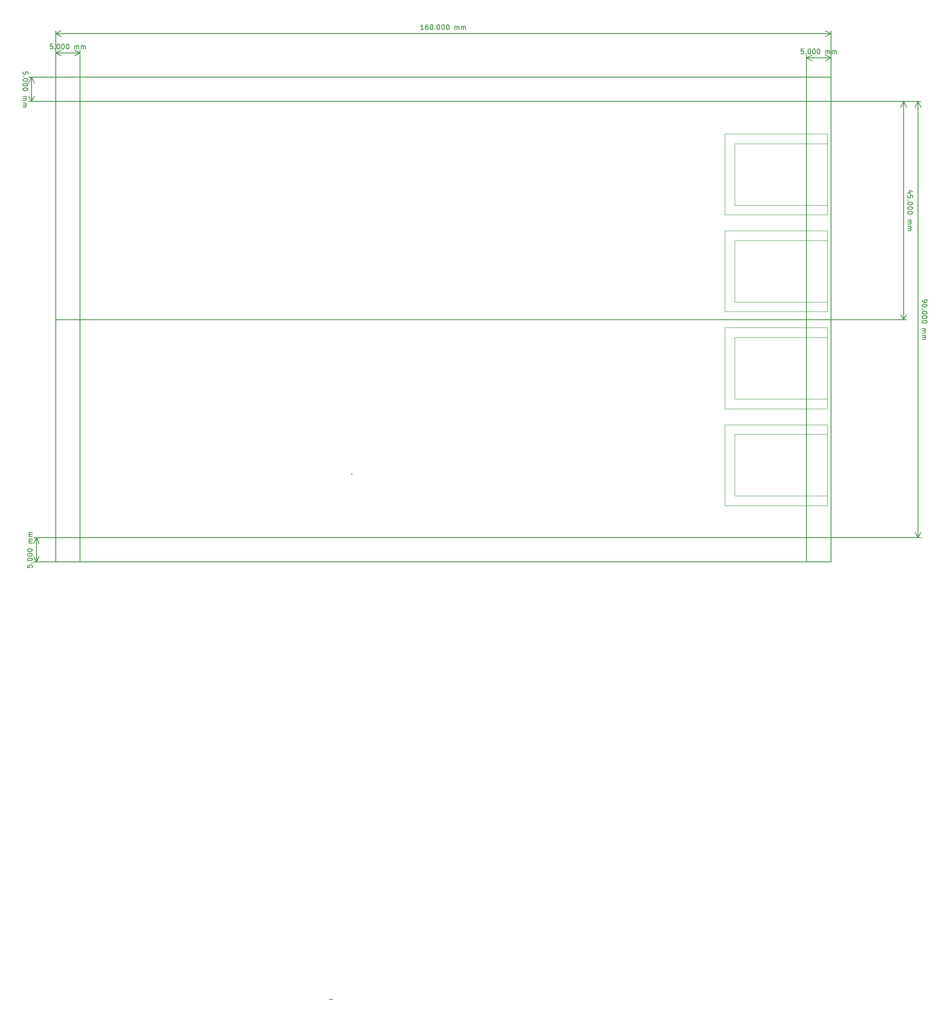
<source format=gbr>
%TF.GenerationSoftware,KiCad,Pcbnew,(5.1.10-1-10_14)*%
%TF.CreationDate,2021-09-24T10:22:15+02:00*%
%TF.ProjectId,sesame-fonctionnel,73657361-6d65-42d6-966f-6e6374696f6e,rev?*%
%TF.SameCoordinates,Original*%
%TF.FileFunction,OtherDrawing,Comment*%
%FSLAX46Y46*%
G04 Gerber Fmt 4.6, Leading zero omitted, Abs format (unit mm)*
G04 Created by KiCad (PCBNEW (5.1.10-1-10_14)) date 2021-09-24 10:22:15*
%MOMM*%
%LPD*%
G01*
G04 APERTURE LIST*
%ADD10C,0.150000*%
%ADD11C,0.120000*%
G04 APERTURE END LIST*
D10*
X234357142Y-54152380D02*
X233880952Y-54152380D01*
X233833333Y-54628571D01*
X233880952Y-54580952D01*
X233976190Y-54533333D01*
X234214285Y-54533333D01*
X234309523Y-54580952D01*
X234357142Y-54628571D01*
X234404761Y-54723809D01*
X234404761Y-54961904D01*
X234357142Y-55057142D01*
X234309523Y-55104761D01*
X234214285Y-55152380D01*
X233976190Y-55152380D01*
X233880952Y-55104761D01*
X233833333Y-55057142D01*
X234833333Y-55057142D02*
X234880952Y-55104761D01*
X234833333Y-55152380D01*
X234785714Y-55104761D01*
X234833333Y-55057142D01*
X234833333Y-55152380D01*
X235500000Y-54152380D02*
X235595238Y-54152380D01*
X235690476Y-54200000D01*
X235738095Y-54247619D01*
X235785714Y-54342857D01*
X235833333Y-54533333D01*
X235833333Y-54771428D01*
X235785714Y-54961904D01*
X235738095Y-55057142D01*
X235690476Y-55104761D01*
X235595238Y-55152380D01*
X235500000Y-55152380D01*
X235404761Y-55104761D01*
X235357142Y-55057142D01*
X235309523Y-54961904D01*
X235261904Y-54771428D01*
X235261904Y-54533333D01*
X235309523Y-54342857D01*
X235357142Y-54247619D01*
X235404761Y-54200000D01*
X235500000Y-54152380D01*
X236452380Y-54152380D02*
X236547619Y-54152380D01*
X236642857Y-54200000D01*
X236690476Y-54247619D01*
X236738095Y-54342857D01*
X236785714Y-54533333D01*
X236785714Y-54771428D01*
X236738095Y-54961904D01*
X236690476Y-55057142D01*
X236642857Y-55104761D01*
X236547619Y-55152380D01*
X236452380Y-55152380D01*
X236357142Y-55104761D01*
X236309523Y-55057142D01*
X236261904Y-54961904D01*
X236214285Y-54771428D01*
X236214285Y-54533333D01*
X236261904Y-54342857D01*
X236309523Y-54247619D01*
X236357142Y-54200000D01*
X236452380Y-54152380D01*
X237404761Y-54152380D02*
X237500000Y-54152380D01*
X237595238Y-54200000D01*
X237642857Y-54247619D01*
X237690476Y-54342857D01*
X237738095Y-54533333D01*
X237738095Y-54771428D01*
X237690476Y-54961904D01*
X237642857Y-55057142D01*
X237595238Y-55104761D01*
X237500000Y-55152380D01*
X237404761Y-55152380D01*
X237309523Y-55104761D01*
X237261904Y-55057142D01*
X237214285Y-54961904D01*
X237166666Y-54771428D01*
X237166666Y-54533333D01*
X237214285Y-54342857D01*
X237261904Y-54247619D01*
X237309523Y-54200000D01*
X237404761Y-54152380D01*
X238928571Y-55152380D02*
X238928571Y-54485714D01*
X238928571Y-54580952D02*
X238976190Y-54533333D01*
X239071428Y-54485714D01*
X239214285Y-54485714D01*
X239309523Y-54533333D01*
X239357142Y-54628571D01*
X239357142Y-55152380D01*
X239357142Y-54628571D02*
X239404761Y-54533333D01*
X239500000Y-54485714D01*
X239642857Y-54485714D01*
X239738095Y-54533333D01*
X239785714Y-54628571D01*
X239785714Y-55152380D01*
X240261904Y-55152380D02*
X240261904Y-54485714D01*
X240261904Y-54580952D02*
X240309523Y-54533333D01*
X240404761Y-54485714D01*
X240547619Y-54485714D01*
X240642857Y-54533333D01*
X240690476Y-54628571D01*
X240690476Y-55152380D01*
X240690476Y-54628571D02*
X240738095Y-54533333D01*
X240833333Y-54485714D01*
X240976190Y-54485714D01*
X241071428Y-54533333D01*
X241119047Y-54628571D01*
X241119047Y-55152380D01*
X235000000Y-56000000D02*
X240000000Y-56000000D01*
X235000000Y-160000000D02*
X235000000Y-55413579D01*
X240000000Y-160000000D02*
X240000000Y-55413579D01*
X240000000Y-56000000D02*
X238873496Y-56586421D01*
X240000000Y-56000000D02*
X238873496Y-55413579D01*
X235000000Y-56000000D02*
X236126504Y-56586421D01*
X235000000Y-56000000D02*
X236126504Y-55413579D01*
X155952380Y-50152380D02*
X155380952Y-50152380D01*
X155666666Y-50152380D02*
X155666666Y-49152380D01*
X155571428Y-49295238D01*
X155476190Y-49390476D01*
X155380952Y-49438095D01*
X156809523Y-49152380D02*
X156619047Y-49152380D01*
X156523809Y-49200000D01*
X156476190Y-49247619D01*
X156380952Y-49390476D01*
X156333333Y-49580952D01*
X156333333Y-49961904D01*
X156380952Y-50057142D01*
X156428571Y-50104761D01*
X156523809Y-50152380D01*
X156714285Y-50152380D01*
X156809523Y-50104761D01*
X156857142Y-50057142D01*
X156904761Y-49961904D01*
X156904761Y-49723809D01*
X156857142Y-49628571D01*
X156809523Y-49580952D01*
X156714285Y-49533333D01*
X156523809Y-49533333D01*
X156428571Y-49580952D01*
X156380952Y-49628571D01*
X156333333Y-49723809D01*
X157523809Y-49152380D02*
X157619047Y-49152380D01*
X157714285Y-49200000D01*
X157761904Y-49247619D01*
X157809523Y-49342857D01*
X157857142Y-49533333D01*
X157857142Y-49771428D01*
X157809523Y-49961904D01*
X157761904Y-50057142D01*
X157714285Y-50104761D01*
X157619047Y-50152380D01*
X157523809Y-50152380D01*
X157428571Y-50104761D01*
X157380952Y-50057142D01*
X157333333Y-49961904D01*
X157285714Y-49771428D01*
X157285714Y-49533333D01*
X157333333Y-49342857D01*
X157380952Y-49247619D01*
X157428571Y-49200000D01*
X157523809Y-49152380D01*
X158285714Y-50057142D02*
X158333333Y-50104761D01*
X158285714Y-50152380D01*
X158238095Y-50104761D01*
X158285714Y-50057142D01*
X158285714Y-50152380D01*
X158952380Y-49152380D02*
X159047619Y-49152380D01*
X159142857Y-49200000D01*
X159190476Y-49247619D01*
X159238095Y-49342857D01*
X159285714Y-49533333D01*
X159285714Y-49771428D01*
X159238095Y-49961904D01*
X159190476Y-50057142D01*
X159142857Y-50104761D01*
X159047619Y-50152380D01*
X158952380Y-50152380D01*
X158857142Y-50104761D01*
X158809523Y-50057142D01*
X158761904Y-49961904D01*
X158714285Y-49771428D01*
X158714285Y-49533333D01*
X158761904Y-49342857D01*
X158809523Y-49247619D01*
X158857142Y-49200000D01*
X158952380Y-49152380D01*
X159904761Y-49152380D02*
X160000000Y-49152380D01*
X160095238Y-49200000D01*
X160142857Y-49247619D01*
X160190476Y-49342857D01*
X160238095Y-49533333D01*
X160238095Y-49771428D01*
X160190476Y-49961904D01*
X160142857Y-50057142D01*
X160095238Y-50104761D01*
X160000000Y-50152380D01*
X159904761Y-50152380D01*
X159809523Y-50104761D01*
X159761904Y-50057142D01*
X159714285Y-49961904D01*
X159666666Y-49771428D01*
X159666666Y-49533333D01*
X159714285Y-49342857D01*
X159761904Y-49247619D01*
X159809523Y-49200000D01*
X159904761Y-49152380D01*
X160857142Y-49152380D02*
X160952380Y-49152380D01*
X161047619Y-49200000D01*
X161095238Y-49247619D01*
X161142857Y-49342857D01*
X161190476Y-49533333D01*
X161190476Y-49771428D01*
X161142857Y-49961904D01*
X161095238Y-50057142D01*
X161047619Y-50104761D01*
X160952380Y-50152380D01*
X160857142Y-50152380D01*
X160761904Y-50104761D01*
X160714285Y-50057142D01*
X160666666Y-49961904D01*
X160619047Y-49771428D01*
X160619047Y-49533333D01*
X160666666Y-49342857D01*
X160714285Y-49247619D01*
X160761904Y-49200000D01*
X160857142Y-49152380D01*
X162380952Y-50152380D02*
X162380952Y-49485714D01*
X162380952Y-49580952D02*
X162428571Y-49533333D01*
X162523809Y-49485714D01*
X162666666Y-49485714D01*
X162761904Y-49533333D01*
X162809523Y-49628571D01*
X162809523Y-50152380D01*
X162809523Y-49628571D02*
X162857142Y-49533333D01*
X162952380Y-49485714D01*
X163095238Y-49485714D01*
X163190476Y-49533333D01*
X163238095Y-49628571D01*
X163238095Y-50152380D01*
X163714285Y-50152380D02*
X163714285Y-49485714D01*
X163714285Y-49580952D02*
X163761904Y-49533333D01*
X163857142Y-49485714D01*
X164000000Y-49485714D01*
X164095238Y-49533333D01*
X164142857Y-49628571D01*
X164142857Y-50152380D01*
X164142857Y-49628571D02*
X164190476Y-49533333D01*
X164285714Y-49485714D01*
X164428571Y-49485714D01*
X164523809Y-49533333D01*
X164571428Y-49628571D01*
X164571428Y-50152380D01*
X240000000Y-51000000D02*
X80000000Y-51000000D01*
X240000000Y-160000000D02*
X240000000Y-50413579D01*
X80000000Y-160000000D02*
X80000000Y-50413579D01*
X80000000Y-51000000D02*
X81126504Y-50413579D01*
X80000000Y-51000000D02*
X81126504Y-51586421D01*
X240000000Y-51000000D02*
X238873496Y-50413579D01*
X240000000Y-51000000D02*
X238873496Y-51586421D01*
X141194000Y-141877000D02*
X140940000Y-141877000D01*
X240000000Y-110000000D02*
X79980000Y-110000000D01*
X256514285Y-83833333D02*
X255847619Y-83833333D01*
X256895238Y-83595238D02*
X256180952Y-83357142D01*
X256180952Y-83976190D01*
X256847619Y-84833333D02*
X256847619Y-84357142D01*
X256371428Y-84309523D01*
X256419047Y-84357142D01*
X256466666Y-84452380D01*
X256466666Y-84690476D01*
X256419047Y-84785714D01*
X256371428Y-84833333D01*
X256276190Y-84880952D01*
X256038095Y-84880952D01*
X255942857Y-84833333D01*
X255895238Y-84785714D01*
X255847619Y-84690476D01*
X255847619Y-84452380D01*
X255895238Y-84357142D01*
X255942857Y-84309523D01*
X255942857Y-85309523D02*
X255895238Y-85357142D01*
X255847619Y-85309523D01*
X255895238Y-85261904D01*
X255942857Y-85309523D01*
X255847619Y-85309523D01*
X256847619Y-85976190D02*
X256847619Y-86071428D01*
X256800000Y-86166666D01*
X256752380Y-86214285D01*
X256657142Y-86261904D01*
X256466666Y-86309523D01*
X256228571Y-86309523D01*
X256038095Y-86261904D01*
X255942857Y-86214285D01*
X255895238Y-86166666D01*
X255847619Y-86071428D01*
X255847619Y-85976190D01*
X255895238Y-85880952D01*
X255942857Y-85833333D01*
X256038095Y-85785714D01*
X256228571Y-85738095D01*
X256466666Y-85738095D01*
X256657142Y-85785714D01*
X256752380Y-85833333D01*
X256800000Y-85880952D01*
X256847619Y-85976190D01*
X256847619Y-86928571D02*
X256847619Y-87023809D01*
X256800000Y-87119047D01*
X256752380Y-87166666D01*
X256657142Y-87214285D01*
X256466666Y-87261904D01*
X256228571Y-87261904D01*
X256038095Y-87214285D01*
X255942857Y-87166666D01*
X255895238Y-87119047D01*
X255847619Y-87023809D01*
X255847619Y-86928571D01*
X255895238Y-86833333D01*
X255942857Y-86785714D01*
X256038095Y-86738095D01*
X256228571Y-86690476D01*
X256466666Y-86690476D01*
X256657142Y-86738095D01*
X256752380Y-86785714D01*
X256800000Y-86833333D01*
X256847619Y-86928571D01*
X256847619Y-87880952D02*
X256847619Y-87976190D01*
X256800000Y-88071428D01*
X256752380Y-88119047D01*
X256657142Y-88166666D01*
X256466666Y-88214285D01*
X256228571Y-88214285D01*
X256038095Y-88166666D01*
X255942857Y-88119047D01*
X255895238Y-88071428D01*
X255847619Y-87976190D01*
X255847619Y-87880952D01*
X255895238Y-87785714D01*
X255942857Y-87738095D01*
X256038095Y-87690476D01*
X256228571Y-87642857D01*
X256466666Y-87642857D01*
X256657142Y-87690476D01*
X256752380Y-87738095D01*
X256800000Y-87785714D01*
X256847619Y-87880952D01*
X255847619Y-89404761D02*
X256514285Y-89404761D01*
X256419047Y-89404761D02*
X256466666Y-89452380D01*
X256514285Y-89547619D01*
X256514285Y-89690476D01*
X256466666Y-89785714D01*
X256371428Y-89833333D01*
X255847619Y-89833333D01*
X256371428Y-89833333D02*
X256466666Y-89880952D01*
X256514285Y-89976190D01*
X256514285Y-90119047D01*
X256466666Y-90214285D01*
X256371428Y-90261904D01*
X255847619Y-90261904D01*
X255847619Y-90738095D02*
X256514285Y-90738095D01*
X256419047Y-90738095D02*
X256466666Y-90785714D01*
X256514285Y-90880952D01*
X256514285Y-91023809D01*
X256466666Y-91119047D01*
X256371428Y-91166666D01*
X255847619Y-91166666D01*
X256371428Y-91166666D02*
X256466666Y-91214285D01*
X256514285Y-91309523D01*
X256514285Y-91452380D01*
X256466666Y-91547619D01*
X256371428Y-91595238D01*
X255847619Y-91595238D01*
X255000000Y-65000000D02*
X255000000Y-110000000D01*
X235000000Y-65000000D02*
X255586421Y-65000000D01*
X235000000Y-110000000D02*
X255586421Y-110000000D01*
X255000000Y-110000000D02*
X254413579Y-108873496D01*
X255000000Y-110000000D02*
X255586421Y-108873496D01*
X255000000Y-65000000D02*
X254413579Y-66126504D01*
X255000000Y-65000000D02*
X255586421Y-66126504D01*
X258847619Y-105952380D02*
X258847619Y-106142857D01*
X258895238Y-106238095D01*
X258942857Y-106285714D01*
X259085714Y-106380952D01*
X259276190Y-106428571D01*
X259657142Y-106428571D01*
X259752380Y-106380952D01*
X259800000Y-106333333D01*
X259847619Y-106238095D01*
X259847619Y-106047619D01*
X259800000Y-105952380D01*
X259752380Y-105904761D01*
X259657142Y-105857142D01*
X259419047Y-105857142D01*
X259323809Y-105904761D01*
X259276190Y-105952380D01*
X259228571Y-106047619D01*
X259228571Y-106238095D01*
X259276190Y-106333333D01*
X259323809Y-106380952D01*
X259419047Y-106428571D01*
X259847619Y-107047619D02*
X259847619Y-107142857D01*
X259800000Y-107238095D01*
X259752380Y-107285714D01*
X259657142Y-107333333D01*
X259466666Y-107380952D01*
X259228571Y-107380952D01*
X259038095Y-107333333D01*
X258942857Y-107285714D01*
X258895238Y-107238095D01*
X258847619Y-107142857D01*
X258847619Y-107047619D01*
X258895238Y-106952380D01*
X258942857Y-106904761D01*
X259038095Y-106857142D01*
X259228571Y-106809523D01*
X259466666Y-106809523D01*
X259657142Y-106857142D01*
X259752380Y-106904761D01*
X259800000Y-106952380D01*
X259847619Y-107047619D01*
X258942857Y-107809523D02*
X258895238Y-107857142D01*
X258847619Y-107809523D01*
X258895238Y-107761904D01*
X258942857Y-107809523D01*
X258847619Y-107809523D01*
X259847619Y-108476190D02*
X259847619Y-108571428D01*
X259800000Y-108666666D01*
X259752380Y-108714285D01*
X259657142Y-108761904D01*
X259466666Y-108809523D01*
X259228571Y-108809523D01*
X259038095Y-108761904D01*
X258942857Y-108714285D01*
X258895238Y-108666666D01*
X258847619Y-108571428D01*
X258847619Y-108476190D01*
X258895238Y-108380952D01*
X258942857Y-108333333D01*
X259038095Y-108285714D01*
X259228571Y-108238095D01*
X259466666Y-108238095D01*
X259657142Y-108285714D01*
X259752380Y-108333333D01*
X259800000Y-108380952D01*
X259847619Y-108476190D01*
X259847619Y-109428571D02*
X259847619Y-109523809D01*
X259800000Y-109619047D01*
X259752380Y-109666666D01*
X259657142Y-109714285D01*
X259466666Y-109761904D01*
X259228571Y-109761904D01*
X259038095Y-109714285D01*
X258942857Y-109666666D01*
X258895238Y-109619047D01*
X258847619Y-109523809D01*
X258847619Y-109428571D01*
X258895238Y-109333333D01*
X258942857Y-109285714D01*
X259038095Y-109238095D01*
X259228571Y-109190476D01*
X259466666Y-109190476D01*
X259657142Y-109238095D01*
X259752380Y-109285714D01*
X259800000Y-109333333D01*
X259847619Y-109428571D01*
X259847619Y-110380952D02*
X259847619Y-110476190D01*
X259800000Y-110571428D01*
X259752380Y-110619047D01*
X259657142Y-110666666D01*
X259466666Y-110714285D01*
X259228571Y-110714285D01*
X259038095Y-110666666D01*
X258942857Y-110619047D01*
X258895238Y-110571428D01*
X258847619Y-110476190D01*
X258847619Y-110380952D01*
X258895238Y-110285714D01*
X258942857Y-110238095D01*
X259038095Y-110190476D01*
X259228571Y-110142857D01*
X259466666Y-110142857D01*
X259657142Y-110190476D01*
X259752380Y-110238095D01*
X259800000Y-110285714D01*
X259847619Y-110380952D01*
X258847619Y-111904761D02*
X259514285Y-111904761D01*
X259419047Y-111904761D02*
X259466666Y-111952380D01*
X259514285Y-112047619D01*
X259514285Y-112190476D01*
X259466666Y-112285714D01*
X259371428Y-112333333D01*
X258847619Y-112333333D01*
X259371428Y-112333333D02*
X259466666Y-112380952D01*
X259514285Y-112476190D01*
X259514285Y-112619047D01*
X259466666Y-112714285D01*
X259371428Y-112761904D01*
X258847619Y-112761904D01*
X258847619Y-113238095D02*
X259514285Y-113238095D01*
X259419047Y-113238095D02*
X259466666Y-113285714D01*
X259514285Y-113380952D01*
X259514285Y-113523809D01*
X259466666Y-113619047D01*
X259371428Y-113666666D01*
X258847619Y-113666666D01*
X259371428Y-113666666D02*
X259466666Y-113714285D01*
X259514285Y-113809523D01*
X259514285Y-113952380D01*
X259466666Y-114047619D01*
X259371428Y-114095238D01*
X258847619Y-114095238D01*
X258000000Y-65000000D02*
X258000000Y-155000000D01*
X235000000Y-65000000D02*
X258586421Y-65000000D01*
X235000000Y-155000000D02*
X258586421Y-155000000D01*
X258000000Y-155000000D02*
X257413579Y-153873496D01*
X258000000Y-155000000D02*
X258586421Y-153873496D01*
X258000000Y-65000000D02*
X257413579Y-66126504D01*
X258000000Y-65000000D02*
X258586421Y-66126504D01*
X137160000Y-250190000D02*
X136525000Y-250190000D01*
X74247619Y-59357142D02*
X74247619Y-58880952D01*
X73771428Y-58833333D01*
X73819047Y-58880952D01*
X73866666Y-58976190D01*
X73866666Y-59214285D01*
X73819047Y-59309523D01*
X73771428Y-59357142D01*
X73676190Y-59404761D01*
X73438095Y-59404761D01*
X73342857Y-59357142D01*
X73295238Y-59309523D01*
X73247619Y-59214285D01*
X73247619Y-58976190D01*
X73295238Y-58880952D01*
X73342857Y-58833333D01*
X73342857Y-59833333D02*
X73295238Y-59880952D01*
X73247619Y-59833333D01*
X73295238Y-59785714D01*
X73342857Y-59833333D01*
X73247619Y-59833333D01*
X74247619Y-60500000D02*
X74247619Y-60595238D01*
X74200000Y-60690476D01*
X74152380Y-60738095D01*
X74057142Y-60785714D01*
X73866666Y-60833333D01*
X73628571Y-60833333D01*
X73438095Y-60785714D01*
X73342857Y-60738095D01*
X73295238Y-60690476D01*
X73247619Y-60595238D01*
X73247619Y-60500000D01*
X73295238Y-60404761D01*
X73342857Y-60357142D01*
X73438095Y-60309523D01*
X73628571Y-60261904D01*
X73866666Y-60261904D01*
X74057142Y-60309523D01*
X74152380Y-60357142D01*
X74200000Y-60404761D01*
X74247619Y-60500000D01*
X74247619Y-61452380D02*
X74247619Y-61547619D01*
X74200000Y-61642857D01*
X74152380Y-61690476D01*
X74057142Y-61738095D01*
X73866666Y-61785714D01*
X73628571Y-61785714D01*
X73438095Y-61738095D01*
X73342857Y-61690476D01*
X73295238Y-61642857D01*
X73247619Y-61547619D01*
X73247619Y-61452380D01*
X73295238Y-61357142D01*
X73342857Y-61309523D01*
X73438095Y-61261904D01*
X73628571Y-61214285D01*
X73866666Y-61214285D01*
X74057142Y-61261904D01*
X74152380Y-61309523D01*
X74200000Y-61357142D01*
X74247619Y-61452380D01*
X74247619Y-62404761D02*
X74247619Y-62500000D01*
X74200000Y-62595238D01*
X74152380Y-62642857D01*
X74057142Y-62690476D01*
X73866666Y-62738095D01*
X73628571Y-62738095D01*
X73438095Y-62690476D01*
X73342857Y-62642857D01*
X73295238Y-62595238D01*
X73247619Y-62500000D01*
X73247619Y-62404761D01*
X73295238Y-62309523D01*
X73342857Y-62261904D01*
X73438095Y-62214285D01*
X73628571Y-62166666D01*
X73866666Y-62166666D01*
X74057142Y-62214285D01*
X74152380Y-62261904D01*
X74200000Y-62309523D01*
X74247619Y-62404761D01*
X73247619Y-63928571D02*
X73914285Y-63928571D01*
X73819047Y-63928571D02*
X73866666Y-63976190D01*
X73914285Y-64071428D01*
X73914285Y-64214285D01*
X73866666Y-64309523D01*
X73771428Y-64357142D01*
X73247619Y-64357142D01*
X73771428Y-64357142D02*
X73866666Y-64404761D01*
X73914285Y-64500000D01*
X73914285Y-64642857D01*
X73866666Y-64738095D01*
X73771428Y-64785714D01*
X73247619Y-64785714D01*
X73247619Y-65261904D02*
X73914285Y-65261904D01*
X73819047Y-65261904D02*
X73866666Y-65309523D01*
X73914285Y-65404761D01*
X73914285Y-65547619D01*
X73866666Y-65642857D01*
X73771428Y-65690476D01*
X73247619Y-65690476D01*
X73771428Y-65690476D02*
X73866666Y-65738095D01*
X73914285Y-65833333D01*
X73914285Y-65976190D01*
X73866666Y-66071428D01*
X73771428Y-66119047D01*
X73247619Y-66119047D01*
X75000000Y-60000000D02*
X75000000Y-65000000D01*
X240000000Y-60000000D02*
X74413579Y-60000000D01*
X240000000Y-65000000D02*
X74413579Y-65000000D01*
X75000000Y-65000000D02*
X74413579Y-63873496D01*
X75000000Y-65000000D02*
X75586421Y-63873496D01*
X75000000Y-60000000D02*
X74413579Y-61126504D01*
X75000000Y-60000000D02*
X75586421Y-61126504D01*
X74152380Y-160642857D02*
X74152380Y-161119047D01*
X74628571Y-161166666D01*
X74580952Y-161119047D01*
X74533333Y-161023809D01*
X74533333Y-160785714D01*
X74580952Y-160690476D01*
X74628571Y-160642857D01*
X74723809Y-160595238D01*
X74961904Y-160595238D01*
X75057142Y-160642857D01*
X75104761Y-160690476D01*
X75152380Y-160785714D01*
X75152380Y-161023809D01*
X75104761Y-161119047D01*
X75057142Y-161166666D01*
X75057142Y-160166666D02*
X75104761Y-160119047D01*
X75152380Y-160166666D01*
X75104761Y-160214285D01*
X75057142Y-160166666D01*
X75152380Y-160166666D01*
X74152380Y-159500000D02*
X74152380Y-159404761D01*
X74200000Y-159309523D01*
X74247619Y-159261904D01*
X74342857Y-159214285D01*
X74533333Y-159166666D01*
X74771428Y-159166666D01*
X74961904Y-159214285D01*
X75057142Y-159261904D01*
X75104761Y-159309523D01*
X75152380Y-159404761D01*
X75152380Y-159500000D01*
X75104761Y-159595238D01*
X75057142Y-159642857D01*
X74961904Y-159690476D01*
X74771428Y-159738095D01*
X74533333Y-159738095D01*
X74342857Y-159690476D01*
X74247619Y-159642857D01*
X74200000Y-159595238D01*
X74152380Y-159500000D01*
X74152380Y-158547619D02*
X74152380Y-158452380D01*
X74200000Y-158357142D01*
X74247619Y-158309523D01*
X74342857Y-158261904D01*
X74533333Y-158214285D01*
X74771428Y-158214285D01*
X74961904Y-158261904D01*
X75057142Y-158309523D01*
X75104761Y-158357142D01*
X75152380Y-158452380D01*
X75152380Y-158547619D01*
X75104761Y-158642857D01*
X75057142Y-158690476D01*
X74961904Y-158738095D01*
X74771428Y-158785714D01*
X74533333Y-158785714D01*
X74342857Y-158738095D01*
X74247619Y-158690476D01*
X74200000Y-158642857D01*
X74152380Y-158547619D01*
X74152380Y-157595238D02*
X74152380Y-157500000D01*
X74200000Y-157404761D01*
X74247619Y-157357142D01*
X74342857Y-157309523D01*
X74533333Y-157261904D01*
X74771428Y-157261904D01*
X74961904Y-157309523D01*
X75057142Y-157357142D01*
X75104761Y-157404761D01*
X75152380Y-157500000D01*
X75152380Y-157595238D01*
X75104761Y-157690476D01*
X75057142Y-157738095D01*
X74961904Y-157785714D01*
X74771428Y-157833333D01*
X74533333Y-157833333D01*
X74342857Y-157785714D01*
X74247619Y-157738095D01*
X74200000Y-157690476D01*
X74152380Y-157595238D01*
X75152380Y-156071428D02*
X74485714Y-156071428D01*
X74580952Y-156071428D02*
X74533333Y-156023809D01*
X74485714Y-155928571D01*
X74485714Y-155785714D01*
X74533333Y-155690476D01*
X74628571Y-155642857D01*
X75152380Y-155642857D01*
X74628571Y-155642857D02*
X74533333Y-155595238D01*
X74485714Y-155500000D01*
X74485714Y-155357142D01*
X74533333Y-155261904D01*
X74628571Y-155214285D01*
X75152380Y-155214285D01*
X75152380Y-154738095D02*
X74485714Y-154738095D01*
X74580952Y-154738095D02*
X74533333Y-154690476D01*
X74485714Y-154595238D01*
X74485714Y-154452380D01*
X74533333Y-154357142D01*
X74628571Y-154309523D01*
X75152380Y-154309523D01*
X74628571Y-154309523D02*
X74533333Y-154261904D01*
X74485714Y-154166666D01*
X74485714Y-154023809D01*
X74533333Y-153928571D01*
X74628571Y-153880952D01*
X75152380Y-153880952D01*
X76000000Y-160000000D02*
X76000000Y-155000000D01*
X240000000Y-160000000D02*
X75413579Y-160000000D01*
X240000000Y-155000000D02*
X75413579Y-155000000D01*
X76000000Y-155000000D02*
X76586421Y-156126504D01*
X76000000Y-155000000D02*
X75413579Y-156126504D01*
X76000000Y-160000000D02*
X76586421Y-158873496D01*
X76000000Y-160000000D02*
X75413579Y-158873496D01*
X79357142Y-53152380D02*
X78880952Y-53152380D01*
X78833333Y-53628571D01*
X78880952Y-53580952D01*
X78976190Y-53533333D01*
X79214285Y-53533333D01*
X79309523Y-53580952D01*
X79357142Y-53628571D01*
X79404761Y-53723809D01*
X79404761Y-53961904D01*
X79357142Y-54057142D01*
X79309523Y-54104761D01*
X79214285Y-54152380D01*
X78976190Y-54152380D01*
X78880952Y-54104761D01*
X78833333Y-54057142D01*
X79833333Y-54057142D02*
X79880952Y-54104761D01*
X79833333Y-54152380D01*
X79785714Y-54104761D01*
X79833333Y-54057142D01*
X79833333Y-54152380D01*
X80500000Y-53152380D02*
X80595238Y-53152380D01*
X80690476Y-53200000D01*
X80738095Y-53247619D01*
X80785714Y-53342857D01*
X80833333Y-53533333D01*
X80833333Y-53771428D01*
X80785714Y-53961904D01*
X80738095Y-54057142D01*
X80690476Y-54104761D01*
X80595238Y-54152380D01*
X80500000Y-54152380D01*
X80404761Y-54104761D01*
X80357142Y-54057142D01*
X80309523Y-53961904D01*
X80261904Y-53771428D01*
X80261904Y-53533333D01*
X80309523Y-53342857D01*
X80357142Y-53247619D01*
X80404761Y-53200000D01*
X80500000Y-53152380D01*
X81452380Y-53152380D02*
X81547619Y-53152380D01*
X81642857Y-53200000D01*
X81690476Y-53247619D01*
X81738095Y-53342857D01*
X81785714Y-53533333D01*
X81785714Y-53771428D01*
X81738095Y-53961904D01*
X81690476Y-54057142D01*
X81642857Y-54104761D01*
X81547619Y-54152380D01*
X81452380Y-54152380D01*
X81357142Y-54104761D01*
X81309523Y-54057142D01*
X81261904Y-53961904D01*
X81214285Y-53771428D01*
X81214285Y-53533333D01*
X81261904Y-53342857D01*
X81309523Y-53247619D01*
X81357142Y-53200000D01*
X81452380Y-53152380D01*
X82404761Y-53152380D02*
X82500000Y-53152380D01*
X82595238Y-53200000D01*
X82642857Y-53247619D01*
X82690476Y-53342857D01*
X82738095Y-53533333D01*
X82738095Y-53771428D01*
X82690476Y-53961904D01*
X82642857Y-54057142D01*
X82595238Y-54104761D01*
X82500000Y-54152380D01*
X82404761Y-54152380D01*
X82309523Y-54104761D01*
X82261904Y-54057142D01*
X82214285Y-53961904D01*
X82166666Y-53771428D01*
X82166666Y-53533333D01*
X82214285Y-53342857D01*
X82261904Y-53247619D01*
X82309523Y-53200000D01*
X82404761Y-53152380D01*
X83928571Y-54152380D02*
X83928571Y-53485714D01*
X83928571Y-53580952D02*
X83976190Y-53533333D01*
X84071428Y-53485714D01*
X84214285Y-53485714D01*
X84309523Y-53533333D01*
X84357142Y-53628571D01*
X84357142Y-54152380D01*
X84357142Y-53628571D02*
X84404761Y-53533333D01*
X84500000Y-53485714D01*
X84642857Y-53485714D01*
X84738095Y-53533333D01*
X84785714Y-53628571D01*
X84785714Y-54152380D01*
X85261904Y-54152380D02*
X85261904Y-53485714D01*
X85261904Y-53580952D02*
X85309523Y-53533333D01*
X85404761Y-53485714D01*
X85547619Y-53485714D01*
X85642857Y-53533333D01*
X85690476Y-53628571D01*
X85690476Y-54152380D01*
X85690476Y-53628571D02*
X85738095Y-53533333D01*
X85833333Y-53485714D01*
X85976190Y-53485714D01*
X86071428Y-53533333D01*
X86119047Y-53628571D01*
X86119047Y-54152380D01*
X80000000Y-55000000D02*
X85000000Y-55000000D01*
X80000000Y-160000000D02*
X80000000Y-54413579D01*
X85000000Y-160000000D02*
X85000000Y-54413579D01*
X85000000Y-55000000D02*
X83873496Y-55586421D01*
X85000000Y-55000000D02*
X83873496Y-54413579D01*
X80000000Y-55000000D02*
X81126504Y-55586421D01*
X80000000Y-55000000D02*
X81126504Y-54413579D01*
D11*
%TO.C,J1*%
X239300000Y-148350000D02*
X239300000Y-131650000D01*
X218100000Y-131650000D02*
X239300000Y-131650000D01*
X218100000Y-148350000D02*
X239300000Y-148350000D01*
X218100000Y-148350000D02*
X218100000Y-131650000D01*
X239300000Y-146350000D02*
X239300000Y-133650000D01*
X220100000Y-133650000D02*
X239300000Y-133650000D01*
X220100000Y-146350000D02*
X220100000Y-133650000D01*
X220100000Y-146350000D02*
X239300000Y-146350000D01*
%TO.C,J7*%
X239300000Y-88360000D02*
X239300000Y-71660000D01*
X218100000Y-71660000D02*
X239300000Y-71660000D01*
X218100000Y-88360000D02*
X239300000Y-88360000D01*
X218100000Y-88360000D02*
X218100000Y-71660000D01*
X239300000Y-86360000D02*
X239300000Y-73660000D01*
X220100000Y-73660000D02*
X239300000Y-73660000D01*
X220100000Y-86360000D02*
X220100000Y-73660000D01*
X220100000Y-86360000D02*
X239300000Y-86360000D01*
%TO.C,J8*%
X239300000Y-128350000D02*
X239300000Y-111650000D01*
X218100000Y-111650000D02*
X239300000Y-111650000D01*
X218100000Y-128350000D02*
X239300000Y-128350000D01*
X218100000Y-128350000D02*
X218100000Y-111650000D01*
X239300000Y-126350000D02*
X239300000Y-113650000D01*
X220100000Y-113650000D02*
X239300000Y-113650000D01*
X220100000Y-126350000D02*
X220100000Y-113650000D01*
X220100000Y-126350000D02*
X239300000Y-126350000D01*
%TO.C,J2*%
X239300000Y-108350000D02*
X239300000Y-91650000D01*
X218100000Y-91650000D02*
X239300000Y-91650000D01*
X218100000Y-108350000D02*
X239300000Y-108350000D01*
X218100000Y-108350000D02*
X218100000Y-91650000D01*
X239300000Y-106350000D02*
X239300000Y-93650000D01*
X220100000Y-93650000D02*
X239300000Y-93650000D01*
X220100000Y-106350000D02*
X220100000Y-93650000D01*
X220100000Y-106350000D02*
X239300000Y-106350000D01*
%TD*%
M02*

</source>
